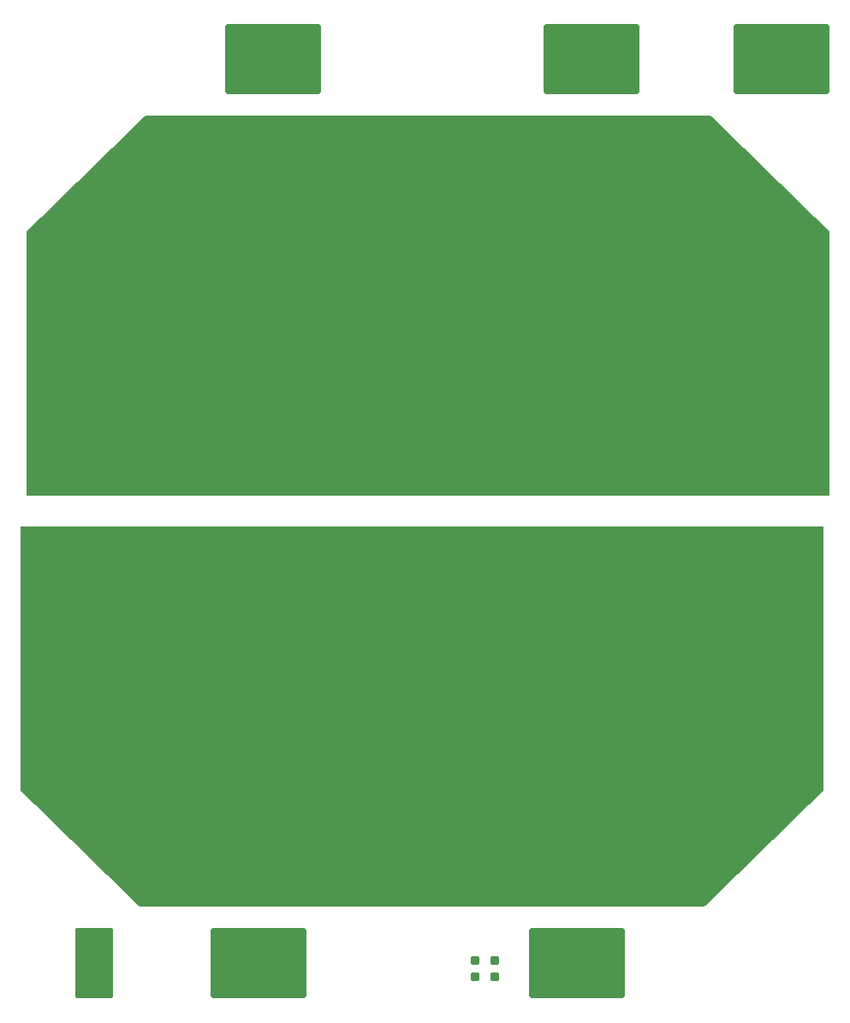
<source format=gts>
G04 #@! TF.GenerationSoftware,KiCad,Pcbnew,8.0.2*
G04 #@! TF.CreationDate,2024-08-20T08:19:13+02:00*
G04 #@! TF.ProjectId,STS1_SIDEPANEL,53545331-5f53-4494-9445-50414e454c2e,rev?*
G04 #@! TF.SameCoordinates,Original*
G04 #@! TF.FileFunction,Soldermask,Top*
G04 #@! TF.FilePolarity,Negative*
%FSLAX46Y46*%
G04 Gerber Fmt 4.6, Leading zero omitted, Abs format (unit mm)*
G04 Created by KiCad (PCBNEW 8.0.2) date 2024-08-20 08:19:13*
%MOMM*%
%LPD*%
G01*
G04 APERTURE LIST*
G04 Aperture macros list*
%AMRoundRect*
0 Rectangle with rounded corners*
0 $1 Rounding radius*
0 $2 $3 $4 $5 $6 $7 $8 $9 X,Y pos of 4 corners*
0 Add a 4 corners polygon primitive as box body*
4,1,4,$2,$3,$4,$5,$6,$7,$8,$9,$2,$3,0*
0 Add four circle primitives for the rounded corners*
1,1,$1+$1,$2,$3*
1,1,$1+$1,$4,$5*
1,1,$1+$1,$6,$7*
1,1,$1+$1,$8,$9*
0 Add four rect primitives between the rounded corners*
20,1,$1+$1,$2,$3,$4,$5,0*
20,1,$1+$1,$4,$5,$6,$7,0*
20,1,$1+$1,$6,$7,$8,$9,0*
20,1,$1+$1,$8,$9,$2,$3,0*%
%AMFreePoly0*
4,1,17,27.998779,14.255902,28.009846,14.246565,39.669846,2.866565,39.698571,2.811843,39.696113,2.795000,39.700000,2.795000,39.700000,-2.795000,-39.700000,-2.795000,-39.700000,2.795000,-39.695106,2.795000,-39.695106,2.825902,-39.669846,2.866565,-28.009846,14.246565,-27.954442,14.273952,-27.940000,14.275000,27.940000,14.275000,27.998779,14.255902,27.998779,14.255902,$1*%
G04 Aperture macros list end*
%ADD10C,6.000000*%
%ADD11FreePoly0,180.000000*%
%ADD12R,79.400000X20.475000*%
%ADD13RoundRect,0.350000X4.400000X3.150000X-4.400000X3.150000X-4.400000X-3.150000X4.400000X-3.150000X0*%
%ADD14RoundRect,0.185000X1.665000X3.315000X-1.665000X3.315000X-1.665000X-3.315000X1.665000X-3.315000X0*%
%ADD15FreePoly0,0.000000*%
%ADD16RoundRect,0.350000X-4.400000X-3.150000X4.400000X-3.150000X4.400000X3.150000X-4.400000X3.150000X0*%
%ADD17RoundRect,0.100000X0.300000X0.300000X-0.300000X0.300000X-0.300000X-0.300000X0.300000X-0.300000X0*%
G04 APERTURE END LIST*
D10*
X148492000Y-108097800D03*
D11*
X124492000Y-113702800D03*
D10*
X124492000Y-108097800D03*
D12*
X124492000Y-100670300D03*
D10*
X98492000Y-108097800D03*
D13*
X139822000Y-133597800D03*
X108362000Y-133597800D03*
D14*
X92107000Y-133592800D03*
D10*
X101152400Y-69705000D03*
D15*
X125152400Y-64100000D03*
D10*
X125152400Y-69705000D03*
D12*
X125152400Y-77132500D03*
D10*
X151152400Y-69705000D03*
D16*
X109822400Y-44205000D03*
X141282400Y-44205000D03*
X160077400Y-44210000D03*
D17*
X129800000Y-133300000D03*
X129800000Y-134900000D03*
X131700000Y-134900000D03*
X131700000Y-133300000D03*
M02*

</source>
